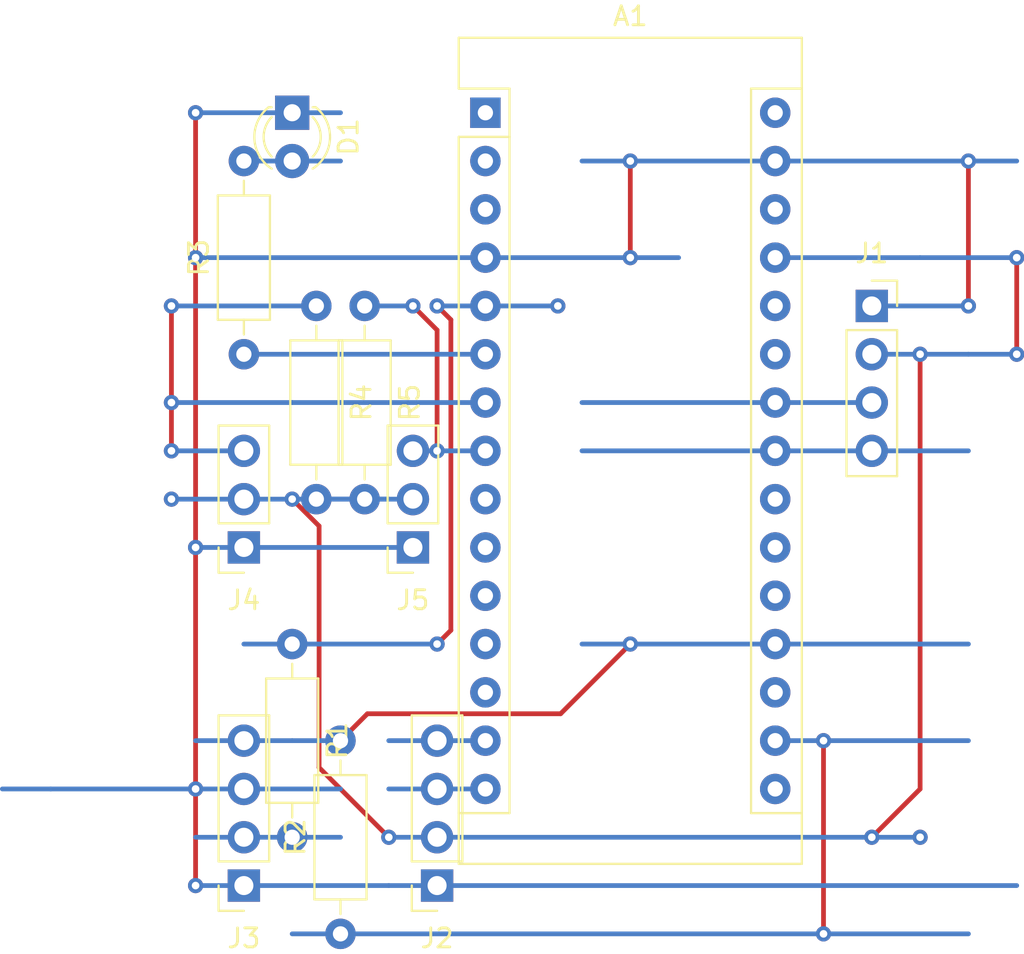
<source format=kicad_pcb>
(kicad_pcb (version 20171130) (host pcbnew 5.1.6-c6e7f7d~87~ubuntu18.04.1)

  (general
    (thickness 1.6)
    (drawings 0)
    (tracks 113)
    (zones 0)
    (modules 12)
    (nets 15)
  )

  (page A4)
  (layers
    (0 F.Cu signal)
    (31 B.Cu signal)
    (32 B.Adhes user)
    (33 F.Adhes user)
    (34 B.Paste user)
    (35 F.Paste user)
    (36 B.SilkS user)
    (37 F.SilkS user)
    (38 B.Mask user)
    (39 F.Mask user)
    (40 Dwgs.User user)
    (41 Cmts.User user)
    (42 Eco1.User user)
    (43 Eco2.User user)
    (44 Edge.Cuts user)
    (45 Margin user)
    (46 B.CrtYd user)
    (47 F.CrtYd user)
    (48 B.Fab user)
    (49 F.Fab user)
  )

  (setup
    (last_trace_width 0.25)
    (trace_clearance 0.2)
    (zone_clearance 0.508)
    (zone_45_only no)
    (trace_min 0.2)
    (via_size 0.8)
    (via_drill 0.4)
    (via_min_size 0.4)
    (via_min_drill 0.3)
    (uvia_size 0.3)
    (uvia_drill 0.1)
    (uvias_allowed no)
    (uvia_min_size 0.2)
    (uvia_min_drill 0.1)
    (edge_width 0.05)
    (segment_width 0.2)
    (pcb_text_width 0.3)
    (pcb_text_size 1.5 1.5)
    (mod_edge_width 0.12)
    (mod_text_size 1 1)
    (mod_text_width 0.15)
    (pad_size 1.524 1.524)
    (pad_drill 0.762)
    (pad_to_mask_clearance 0.051)
    (solder_mask_min_width 0.25)
    (aux_axis_origin 0 0)
    (visible_elements FFFFFF7F)
    (pcbplotparams
      (layerselection 0x010fc_ffffffff)
      (usegerberextensions false)
      (usegerberattributes false)
      (usegerberadvancedattributes false)
      (creategerberjobfile false)
      (excludeedgelayer true)
      (linewidth 0.100000)
      (plotframeref false)
      (viasonmask false)
      (mode 1)
      (useauxorigin false)
      (hpglpennumber 1)
      (hpglpenspeed 20)
      (hpglpendiameter 15.000000)
      (psnegative false)
      (psa4output false)
      (plotreference true)
      (plotvalue true)
      (plotinvisibletext false)
      (padsonsilk false)
      (subtractmaskfromsilk false)
      (outputformat 1)
      (mirror false)
      (drillshape 1)
      (scaleselection 1)
      (outputdirectory ""))
  )

  (net 0 "")
  (net 1 "Net-(A1-Pad19)")
  (net 2 "Net-(A1-Pad5)")
  (net 3 "Net-(A1-Pad6)")
  (net 4 "Net-(A1-Pad7)")
  (net 5 "Net-(J3-Pad2)")
  (net 6 +3V3)
  (net 7 Earth)
  (net 8 +5V)
  (net 9 "Net-(D1-Pad2)")
  (net 10 /SDA)
  (net 11 "Net-(A1-Pad8)")
  (net 12 /SCL)
  (net 13 /RX)
  (net 14 /TX)

  (net_class Default "This is the default net class."
    (clearance 0.2)
    (trace_width 0.25)
    (via_dia 0.8)
    (via_drill 0.4)
    (uvia_dia 0.3)
    (uvia_drill 0.1)
    (add_net +3V3)
    (add_net +5V)
    (add_net /RX)
    (add_net /SCL)
    (add_net /SDA)
    (add_net /TX)
    (add_net Earth)
    (add_net "Net-(A1-Pad19)")
    (add_net "Net-(A1-Pad5)")
    (add_net "Net-(A1-Pad6)")
    (add_net "Net-(A1-Pad7)")
    (add_net "Net-(A1-Pad8)")
    (add_net "Net-(D1-Pad2)")
    (add_net "Net-(J3-Pad2)")
  )

  (module LED_THT:LED_D3.0mm_Clear (layer F.Cu) (tedit 5A6C9BC0) (tstamp 5EA16155)
    (at 96.52 58.42 270)
    (descr "IR-LED, diameter 3.0mm, 2 pins, color: clear")
    (tags "IR infrared LED diameter 3.0mm 2 pins clear")
    (path /5EA6A9A5)
    (fp_text reference D1 (at 1.27 -2.96 90) (layer F.SilkS)
      (effects (font (size 1 1) (thickness 0.15)))
    )
    (fp_text value "PMS Ok LED" (at 1.27 2.96 90) (layer F.Fab)
      (effects (font (size 1 1) (thickness 0.15)))
    )
    (fp_circle (center 1.27 0) (end 2.77 0) (layer F.Fab) (width 0.1))
    (fp_line (start 3.7 -2.25) (end -1.15 -2.25) (layer F.CrtYd) (width 0.05))
    (fp_line (start 3.7 2.25) (end 3.7 -2.25) (layer F.CrtYd) (width 0.05))
    (fp_line (start -1.15 2.25) (end 3.7 2.25) (layer F.CrtYd) (width 0.05))
    (fp_line (start -1.15 -2.25) (end -1.15 2.25) (layer F.CrtYd) (width 0.05))
    (fp_line (start -0.29 1.08) (end -0.29 1.236) (layer F.SilkS) (width 0.12))
    (fp_line (start -0.29 -1.236) (end -0.29 -1.08) (layer F.SilkS) (width 0.12))
    (fp_line (start -0.23 -1.16619) (end -0.23 1.16619) (layer F.Fab) (width 0.1))
    (fp_text user %R (at 1.47 0 90) (layer F.Fab)
      (effects (font (size 0.8 0.8) (thickness 0.12)))
    )
    (fp_arc (start 1.27 0) (end -0.23 -1.16619) (angle 284.3) (layer F.Fab) (width 0.1))
    (fp_arc (start 1.27 0) (end -0.29 -1.235516) (angle 108.8) (layer F.SilkS) (width 0.12))
    (fp_arc (start 1.27 0) (end -0.29 1.235516) (angle -108.8) (layer F.SilkS) (width 0.12))
    (fp_arc (start 1.27 0) (end 0.229039 -1.08) (angle 87.9) (layer F.SilkS) (width 0.12))
    (fp_arc (start 1.27 0) (end 0.229039 1.08) (angle -87.9) (layer F.SilkS) (width 0.12))
    (pad 1 thru_hole rect (at 0 0 270) (size 1.8 1.8) (drill 0.9) (layers *.Cu *.Mask)
      (net 7 Earth))
    (pad 2 thru_hole circle (at 2.54 0 270) (size 1.8 1.8) (drill 0.9) (layers *.Cu *.Mask)
      (net 9 "Net-(D1-Pad2)"))
    (model ${KISYS3DMOD}/LED_THT.3dshapes/LED_D3.0mm_Clear.wrl
      (at (xyz 0 0 0))
      (scale (xyz 1 1 1))
      (rotate (xyz 0 0 0))
    )
  )

  (module Module:Arduino_Nano (layer F.Cu) (tedit 58ACAF70) (tstamp 5E9F03FB)
    (at 106.68 58.42)
    (descr "Arduino Nano, http://www.mouser.com/pdfdocs/Gravitech_Arduino_Nano3_0.pdf")
    (tags "Arduino Nano")
    (path /5E9EAFE2)
    (fp_text reference A1 (at 7.62 -5.08) (layer F.SilkS)
      (effects (font (size 1 1) (thickness 0.15)))
    )
    (fp_text value Arduino_Nano_v3.x (at 8.89 19.05 90) (layer F.Fab)
      (effects (font (size 1 1) (thickness 0.15)))
    )
    (fp_line (start 16.75 42.16) (end -1.53 42.16) (layer F.CrtYd) (width 0.05))
    (fp_line (start 16.75 42.16) (end 16.75 -4.06) (layer F.CrtYd) (width 0.05))
    (fp_line (start -1.53 -4.06) (end -1.53 42.16) (layer F.CrtYd) (width 0.05))
    (fp_line (start -1.53 -4.06) (end 16.75 -4.06) (layer F.CrtYd) (width 0.05))
    (fp_line (start 16.51 -3.81) (end 16.51 39.37) (layer F.Fab) (width 0.1))
    (fp_line (start 0 -3.81) (end 16.51 -3.81) (layer F.Fab) (width 0.1))
    (fp_line (start -1.27 -2.54) (end 0 -3.81) (layer F.Fab) (width 0.1))
    (fp_line (start -1.27 39.37) (end -1.27 -2.54) (layer F.Fab) (width 0.1))
    (fp_line (start 16.51 39.37) (end -1.27 39.37) (layer F.Fab) (width 0.1))
    (fp_line (start 16.64 -3.94) (end -1.4 -3.94) (layer F.SilkS) (width 0.12))
    (fp_line (start 16.64 39.5) (end 16.64 -3.94) (layer F.SilkS) (width 0.12))
    (fp_line (start -1.4 39.5) (end 16.64 39.5) (layer F.SilkS) (width 0.12))
    (fp_line (start 3.81 41.91) (end 3.81 31.75) (layer F.Fab) (width 0.1))
    (fp_line (start 11.43 41.91) (end 3.81 41.91) (layer F.Fab) (width 0.1))
    (fp_line (start 11.43 31.75) (end 11.43 41.91) (layer F.Fab) (width 0.1))
    (fp_line (start 3.81 31.75) (end 11.43 31.75) (layer F.Fab) (width 0.1))
    (fp_line (start 1.27 36.83) (end -1.4 36.83) (layer F.SilkS) (width 0.12))
    (fp_line (start 1.27 1.27) (end 1.27 36.83) (layer F.SilkS) (width 0.12))
    (fp_line (start 1.27 1.27) (end -1.4 1.27) (layer F.SilkS) (width 0.12))
    (fp_line (start 13.97 36.83) (end 16.64 36.83) (layer F.SilkS) (width 0.12))
    (fp_line (start 13.97 -1.27) (end 13.97 36.83) (layer F.SilkS) (width 0.12))
    (fp_line (start 13.97 -1.27) (end 16.64 -1.27) (layer F.SilkS) (width 0.12))
    (fp_line (start -1.4 -3.94) (end -1.4 -1.27) (layer F.SilkS) (width 0.12))
    (fp_line (start -1.4 1.27) (end -1.4 39.5) (layer F.SilkS) (width 0.12))
    (fp_line (start 1.27 -1.27) (end -1.4 -1.27) (layer F.SilkS) (width 0.12))
    (fp_line (start 1.27 1.27) (end 1.27 -1.27) (layer F.SilkS) (width 0.12))
    (fp_text user %R (at 6.35 19.05 90) (layer F.Fab)
      (effects (font (size 1 1) (thickness 0.15)))
    )
    (pad 1 thru_hole rect (at 0 0) (size 1.6 1.6) (drill 0.8) (layers *.Cu *.Mask))
    (pad 17 thru_hole oval (at 15.24 33.02) (size 1.6 1.6) (drill 0.8) (layers *.Cu *.Mask)
      (net 6 +3V3))
    (pad 2 thru_hole oval (at 0 2.54) (size 1.6 1.6) (drill 0.8) (layers *.Cu *.Mask))
    (pad 18 thru_hole oval (at 15.24 30.48) (size 1.6 1.6) (drill 0.8) (layers *.Cu *.Mask))
    (pad 3 thru_hole oval (at 0 5.08) (size 1.6 1.6) (drill 0.8) (layers *.Cu *.Mask))
    (pad 19 thru_hole oval (at 15.24 27.94) (size 1.6 1.6) (drill 0.8) (layers *.Cu *.Mask)
      (net 1 "Net-(A1-Pad19)"))
    (pad 4 thru_hole oval (at 0 7.62) (size 1.6 1.6) (drill 0.8) (layers *.Cu *.Mask)
      (net 7 Earth))
    (pad 20 thru_hole oval (at 15.24 25.4) (size 1.6 1.6) (drill 0.8) (layers *.Cu *.Mask))
    (pad 5 thru_hole oval (at 0 10.16) (size 1.6 1.6) (drill 0.8) (layers *.Cu *.Mask)
      (net 2 "Net-(A1-Pad5)"))
    (pad 21 thru_hole oval (at 15.24 22.86) (size 1.6 1.6) (drill 0.8) (layers *.Cu *.Mask))
    (pad 6 thru_hole oval (at 0 12.7) (size 1.6 1.6) (drill 0.8) (layers *.Cu *.Mask)
      (net 3 "Net-(A1-Pad6)"))
    (pad 22 thru_hole oval (at 15.24 20.32) (size 1.6 1.6) (drill 0.8) (layers *.Cu *.Mask))
    (pad 7 thru_hole oval (at 0 15.24) (size 1.6 1.6) (drill 0.8) (layers *.Cu *.Mask)
      (net 4 "Net-(A1-Pad7)"))
    (pad 23 thru_hole oval (at 15.24 17.78) (size 1.6 1.6) (drill 0.8) (layers *.Cu *.Mask)
      (net 10 /SDA))
    (pad 8 thru_hole oval (at 0 17.78) (size 1.6 1.6) (drill 0.8) (layers *.Cu *.Mask)
      (net 11 "Net-(A1-Pad8)"))
    (pad 24 thru_hole oval (at 15.24 15.24) (size 1.6 1.6) (drill 0.8) (layers *.Cu *.Mask)
      (net 12 /SCL))
    (pad 9 thru_hole oval (at 0 20.32) (size 1.6 1.6) (drill 0.8) (layers *.Cu *.Mask))
    (pad 25 thru_hole oval (at 15.24 12.7) (size 1.6 1.6) (drill 0.8) (layers *.Cu *.Mask))
    (pad 10 thru_hole oval (at 0 22.86) (size 1.6 1.6) (drill 0.8) (layers *.Cu *.Mask))
    (pad 26 thru_hole oval (at 15.24 10.16) (size 1.6 1.6) (drill 0.8) (layers *.Cu *.Mask))
    (pad 11 thru_hole oval (at 0 25.4) (size 1.6 1.6) (drill 0.8) (layers *.Cu *.Mask))
    (pad 27 thru_hole oval (at 15.24 7.62) (size 1.6 1.6) (drill 0.8) (layers *.Cu *.Mask)
      (net 8 +5V))
    (pad 12 thru_hole oval (at 0 27.94) (size 1.6 1.6) (drill 0.8) (layers *.Cu *.Mask))
    (pad 28 thru_hole oval (at 15.24 5.08) (size 1.6 1.6) (drill 0.8) (layers *.Cu *.Mask))
    (pad 13 thru_hole oval (at 0 30.48) (size 1.6 1.6) (drill 0.8) (layers *.Cu *.Mask))
    (pad 29 thru_hole oval (at 15.24 2.54) (size 1.6 1.6) (drill 0.8) (layers *.Cu *.Mask)
      (net 7 Earth))
    (pad 14 thru_hole oval (at 0 33.02) (size 1.6 1.6) (drill 0.8) (layers *.Cu *.Mask)
      (net 13 /RX))
    (pad 30 thru_hole oval (at 15.24 0) (size 1.6 1.6) (drill 0.8) (layers *.Cu *.Mask))
    (pad 15 thru_hole oval (at 0 35.56) (size 1.6 1.6) (drill 0.8) (layers *.Cu *.Mask)
      (net 14 /TX))
    (pad 16 thru_hole oval (at 15.24 35.56) (size 1.6 1.6) (drill 0.8) (layers *.Cu *.Mask))
    (model ${KISYS3DMOD}/Module.3dshapes/Arduino_Nano_WithMountingHoles.wrl
      (at (xyz 0 0 0))
      (scale (xyz 1 1 1))
      (rotate (xyz 0 0 0))
    )
  )

  (module Connector_PinSocket_2.54mm:PinSocket_1x04_P2.54mm_Vertical (layer F.Cu) (tedit 5A19A429) (tstamp 5E9F3927)
    (at 127 68.58)
    (descr "Through hole straight socket strip, 1x04, 2.54mm pitch, single row (from Kicad 4.0.7), script generated")
    (tags "Through hole socket strip THT 1x04 2.54mm single row")
    (path /5E9EDD1F)
    (fp_text reference J1 (at 0 -2.77) (layer F.SilkS)
      (effects (font (size 1 1) (thickness 0.15)))
    )
    (fp_text value "Raspbery Pi" (at 0 10.39) (layer F.Fab)
      (effects (font (size 1 1) (thickness 0.15)))
    )
    (fp_line (start -1.27 -1.27) (end 0.635 -1.27) (layer F.Fab) (width 0.1))
    (fp_line (start 0.635 -1.27) (end 1.27 -0.635) (layer F.Fab) (width 0.1))
    (fp_line (start 1.27 -0.635) (end 1.27 8.89) (layer F.Fab) (width 0.1))
    (fp_line (start 1.27 8.89) (end -1.27 8.89) (layer F.Fab) (width 0.1))
    (fp_line (start -1.27 8.89) (end -1.27 -1.27) (layer F.Fab) (width 0.1))
    (fp_line (start -1.33 1.27) (end 1.33 1.27) (layer F.SilkS) (width 0.12))
    (fp_line (start -1.33 1.27) (end -1.33 8.95) (layer F.SilkS) (width 0.12))
    (fp_line (start -1.33 8.95) (end 1.33 8.95) (layer F.SilkS) (width 0.12))
    (fp_line (start 1.33 1.27) (end 1.33 8.95) (layer F.SilkS) (width 0.12))
    (fp_line (start 1.33 -1.33) (end 1.33 0) (layer F.SilkS) (width 0.12))
    (fp_line (start 0 -1.33) (end 1.33 -1.33) (layer F.SilkS) (width 0.12))
    (fp_line (start -1.8 -1.8) (end 1.75 -1.8) (layer F.CrtYd) (width 0.05))
    (fp_line (start 1.75 -1.8) (end 1.75 9.4) (layer F.CrtYd) (width 0.05))
    (fp_line (start 1.75 9.4) (end -1.8 9.4) (layer F.CrtYd) (width 0.05))
    (fp_line (start -1.8 9.4) (end -1.8 -1.8) (layer F.CrtYd) (width 0.05))
    (fp_text user %R (at 0 3.81 90) (layer F.Fab)
      (effects (font (size 1 1) (thickness 0.15)))
    )
    (pad 4 thru_hole oval (at 0 7.62) (size 1.7 1.7) (drill 1) (layers *.Cu *.Mask)
      (net 10 /SDA))
    (pad 3 thru_hole oval (at 0 5.08) (size 1.7 1.7) (drill 1) (layers *.Cu *.Mask)
      (net 12 /SCL))
    (pad 2 thru_hole oval (at 0 2.54) (size 1.7 1.7) (drill 1) (layers *.Cu *.Mask)
      (net 8 +5V))
    (pad 1 thru_hole rect (at 0 0) (size 1.7 1.7) (drill 1) (layers *.Cu *.Mask)
      (net 7 Earth))
    (model ${KISYS3DMOD}/Connector_PinSocket_2.54mm.3dshapes/PinSocket_1x04_P2.54mm_Vertical.wrl
      (at (xyz 0 0 0))
      (scale (xyz 1 1 1))
      (rotate (xyz 0 0 0))
    )
  )

  (module Connector_PinSocket_2.54mm:PinSocket_1x04_P2.54mm_Vertical (layer F.Cu) (tedit 5A19A429) (tstamp 5EA16C9D)
    (at 104.14 99.06 180)
    (descr "Through hole straight socket strip, 1x04, 2.54mm pitch, single row (from Kicad 4.0.7), script generated")
    (tags "Through hole socket strip THT 1x04 2.54mm single row")
    (path /5E9F516D)
    (fp_text reference J2 (at 0 -2.77) (layer F.SilkS)
      (effects (font (size 1 1) (thickness 0.15)))
    )
    (fp_text value "PMS 7003" (at 0 10.39) (layer F.Fab)
      (effects (font (size 1 1) (thickness 0.15)))
    )
    (fp_line (start -1.8 9.4) (end -1.8 -1.8) (layer F.CrtYd) (width 0.05))
    (fp_line (start 1.75 9.4) (end -1.8 9.4) (layer F.CrtYd) (width 0.05))
    (fp_line (start 1.75 -1.8) (end 1.75 9.4) (layer F.CrtYd) (width 0.05))
    (fp_line (start -1.8 -1.8) (end 1.75 -1.8) (layer F.CrtYd) (width 0.05))
    (fp_line (start 0 -1.33) (end 1.33 -1.33) (layer F.SilkS) (width 0.12))
    (fp_line (start 1.33 -1.33) (end 1.33 0) (layer F.SilkS) (width 0.12))
    (fp_line (start 1.33 1.27) (end 1.33 8.95) (layer F.SilkS) (width 0.12))
    (fp_line (start -1.33 8.95) (end 1.33 8.95) (layer F.SilkS) (width 0.12))
    (fp_line (start -1.33 1.27) (end -1.33 8.95) (layer F.SilkS) (width 0.12))
    (fp_line (start -1.33 1.27) (end 1.33 1.27) (layer F.SilkS) (width 0.12))
    (fp_line (start -1.27 8.89) (end -1.27 -1.27) (layer F.Fab) (width 0.1))
    (fp_line (start 1.27 8.89) (end -1.27 8.89) (layer F.Fab) (width 0.1))
    (fp_line (start 1.27 -0.635) (end 1.27 8.89) (layer F.Fab) (width 0.1))
    (fp_line (start 0.635 -1.27) (end 1.27 -0.635) (layer F.Fab) (width 0.1))
    (fp_line (start -1.27 -1.27) (end 0.635 -1.27) (layer F.Fab) (width 0.1))
    (fp_text user %R (at 0 3.81 90) (layer F.Fab)
      (effects (font (size 1 1) (thickness 0.15)))
    )
    (pad 1 thru_hole rect (at 0 0 180) (size 1.7 1.7) (drill 1) (layers *.Cu *.Mask)
      (net 7 Earth))
    (pad 2 thru_hole oval (at 0 2.54 180) (size 1.7 1.7) (drill 1) (layers *.Cu *.Mask)
      (net 8 +5V))
    (pad 3 thru_hole oval (at 0 5.08 180) (size 1.7 1.7) (drill 1) (layers *.Cu *.Mask)
      (net 14 /TX))
    (pad 4 thru_hole oval (at 0 7.62 180) (size 1.7 1.7) (drill 1) (layers *.Cu *.Mask)
      (net 13 /RX))
    (model ${KISYS3DMOD}/Connector_PinSocket_2.54mm.3dshapes/PinSocket_1x04_P2.54mm_Vertical.wrl
      (at (xyz 0 0 0))
      (scale (xyz 1 1 1))
      (rotate (xyz 0 0 0))
    )
  )

  (module Connector_PinSocket_2.54mm:PinSocket_1x04_P2.54mm_Vertical (layer F.Cu) (tedit 5A19A429) (tstamp 5E9F3957)
    (at 93.98 99.06 180)
    (descr "Through hole straight socket strip, 1x04, 2.54mm pitch, single row (from Kicad 4.0.7), script generated")
    (tags "Through hole socket strip THT 1x04 2.54mm single row")
    (path /5E9ED5A2)
    (fp_text reference J3 (at 0 -2.77) (layer F.SilkS)
      (effects (font (size 1 1) (thickness 0.15)))
    )
    (fp_text value "Turbidity sensor" (at 0 10.39) (layer F.Fab)
      (effects (font (size 1 1) (thickness 0.15)))
    )
    (fp_line (start -1.8 9.4) (end -1.8 -1.8) (layer F.CrtYd) (width 0.05))
    (fp_line (start 1.75 9.4) (end -1.8 9.4) (layer F.CrtYd) (width 0.05))
    (fp_line (start 1.75 -1.8) (end 1.75 9.4) (layer F.CrtYd) (width 0.05))
    (fp_line (start -1.8 -1.8) (end 1.75 -1.8) (layer F.CrtYd) (width 0.05))
    (fp_line (start 0 -1.33) (end 1.33 -1.33) (layer F.SilkS) (width 0.12))
    (fp_line (start 1.33 -1.33) (end 1.33 0) (layer F.SilkS) (width 0.12))
    (fp_line (start 1.33 1.27) (end 1.33 8.95) (layer F.SilkS) (width 0.12))
    (fp_line (start -1.33 8.95) (end 1.33 8.95) (layer F.SilkS) (width 0.12))
    (fp_line (start -1.33 1.27) (end -1.33 8.95) (layer F.SilkS) (width 0.12))
    (fp_line (start -1.33 1.27) (end 1.33 1.27) (layer F.SilkS) (width 0.12))
    (fp_line (start -1.27 8.89) (end -1.27 -1.27) (layer F.Fab) (width 0.1))
    (fp_line (start 1.27 8.89) (end -1.27 8.89) (layer F.Fab) (width 0.1))
    (fp_line (start 1.27 -0.635) (end 1.27 8.89) (layer F.Fab) (width 0.1))
    (fp_line (start 0.635 -1.27) (end 1.27 -0.635) (layer F.Fab) (width 0.1))
    (fp_line (start -1.27 -1.27) (end 0.635 -1.27) (layer F.Fab) (width 0.1))
    (fp_text user %R (at 0 3.81 90) (layer F.Fab)
      (effects (font (size 1 1) (thickness 0.15)))
    )
    (pad 1 thru_hole rect (at 0 0 180) (size 1.7 1.7) (drill 1) (layers *.Cu *.Mask)
      (net 7 Earth))
    (pad 2 thru_hole oval (at 0 2.54 180) (size 1.7 1.7) (drill 1) (layers *.Cu *.Mask)
      (net 5 "Net-(J3-Pad2)"))
    (pad 3 thru_hole oval (at 0 5.08 180) (size 1.7 1.7) (drill 1) (layers *.Cu *.Mask)
      (net 7 Earth))
    (pad 4 thru_hole oval (at 0 7.62 180) (size 1.7 1.7) (drill 1) (layers *.Cu *.Mask)
      (net 1 "Net-(A1-Pad19)"))
    (model ${KISYS3DMOD}/Connector_PinSocket_2.54mm.3dshapes/PinSocket_1x04_P2.54mm_Vertical.wrl
      (at (xyz 0 0 0))
      (scale (xyz 1 1 1))
      (rotate (xyz 0 0 0))
    )
  )

  (module Resistor_THT:R_Axial_DIN0207_L6.3mm_D2.5mm_P10.16mm_Horizontal (layer F.Cu) (tedit 5AE5139B) (tstamp 5EA15D5E)
    (at 96.52 86.36 270)
    (descr "Resistor, Axial_DIN0207 series, Axial, Horizontal, pin pitch=10.16mm, 0.25W = 1/4W, length*diameter=6.3*2.5mm^2, http://cdn-reichelt.de/documents/datenblatt/B400/1_4W%23YAG.pdf")
    (tags "Resistor Axial_DIN0207 series Axial Horizontal pin pitch 10.16mm 0.25W = 1/4W length 6.3mm diameter 2.5mm")
    (path /5EA40EEA)
    (fp_text reference R1 (at 5.08 -2.37 90) (layer F.SilkS)
      (effects (font (size 1 1) (thickness 0.15)))
    )
    (fp_text value 1K (at 5.08 2.37 90) (layer F.Fab)
      (effects (font (size 1 1) (thickness 0.15)))
    )
    (fp_line (start 1.93 -1.25) (end 1.93 1.25) (layer F.Fab) (width 0.1))
    (fp_line (start 1.93 1.25) (end 8.23 1.25) (layer F.Fab) (width 0.1))
    (fp_line (start 8.23 1.25) (end 8.23 -1.25) (layer F.Fab) (width 0.1))
    (fp_line (start 8.23 -1.25) (end 1.93 -1.25) (layer F.Fab) (width 0.1))
    (fp_line (start 0 0) (end 1.93 0) (layer F.Fab) (width 0.1))
    (fp_line (start 10.16 0) (end 8.23 0) (layer F.Fab) (width 0.1))
    (fp_line (start 1.81 -1.37) (end 1.81 1.37) (layer F.SilkS) (width 0.12))
    (fp_line (start 1.81 1.37) (end 8.35 1.37) (layer F.SilkS) (width 0.12))
    (fp_line (start 8.35 1.37) (end 8.35 -1.37) (layer F.SilkS) (width 0.12))
    (fp_line (start 8.35 -1.37) (end 1.81 -1.37) (layer F.SilkS) (width 0.12))
    (fp_line (start 1.04 0) (end 1.81 0) (layer F.SilkS) (width 0.12))
    (fp_line (start 9.12 0) (end 8.35 0) (layer F.SilkS) (width 0.12))
    (fp_line (start -1.05 -1.5) (end -1.05 1.5) (layer F.CrtYd) (width 0.05))
    (fp_line (start -1.05 1.5) (end 11.21 1.5) (layer F.CrtYd) (width 0.05))
    (fp_line (start 11.21 1.5) (end 11.21 -1.5) (layer F.CrtYd) (width 0.05))
    (fp_line (start 11.21 -1.5) (end -1.05 -1.5) (layer F.CrtYd) (width 0.05))
    (fp_text user %R (at 5.08 0 90) (layer F.Fab)
      (effects (font (size 1 1) (thickness 0.15)))
    )
    (pad 2 thru_hole oval (at 10.16 0 270) (size 1.6 1.6) (drill 0.8) (layers *.Cu *.Mask)
      (net 5 "Net-(J3-Pad2)"))
    (pad 1 thru_hole circle (at 0 0 270) (size 1.6 1.6) (drill 0.8) (layers *.Cu *.Mask)
      (net 2 "Net-(A1-Pad5)"))
    (model ${KISYS3DMOD}/Resistor_THT.3dshapes/R_Axial_DIN0207_L6.3mm_D2.5mm_P10.16mm_Horizontal.wrl
      (at (xyz 0 0 0))
      (scale (xyz 1 1 1))
      (rotate (xyz 0 0 0))
    )
  )

  (module Resistor_THT:R_Axial_DIN0207_L6.3mm_D2.5mm_P10.16mm_Horizontal (layer F.Cu) (tedit 5AE5139B) (tstamp 5EA16D9A)
    (at 99.06 101.6 90)
    (descr "Resistor, Axial_DIN0207 series, Axial, Horizontal, pin pitch=10.16mm, 0.25W = 1/4W, length*diameter=6.3*2.5mm^2, http://cdn-reichelt.de/documents/datenblatt/B400/1_4W%23YAG.pdf")
    (tags "Resistor Axial_DIN0207 series Axial Horizontal pin pitch 10.16mm 0.25W = 1/4W length 6.3mm diameter 2.5mm")
    (path /5EA3AEFE)
    (fp_text reference R2 (at 5.08 -2.37 90) (layer F.SilkS)
      (effects (font (size 1 1) (thickness 0.15)))
    )
    (fp_text value 10K (at 5.08 2.37 90) (layer F.Fab)
      (effects (font (size 1 1) (thickness 0.15)))
    )
    (fp_line (start 11.21 -1.5) (end -1.05 -1.5) (layer F.CrtYd) (width 0.05))
    (fp_line (start 11.21 1.5) (end 11.21 -1.5) (layer F.CrtYd) (width 0.05))
    (fp_line (start -1.05 1.5) (end 11.21 1.5) (layer F.CrtYd) (width 0.05))
    (fp_line (start -1.05 -1.5) (end -1.05 1.5) (layer F.CrtYd) (width 0.05))
    (fp_line (start 9.12 0) (end 8.35 0) (layer F.SilkS) (width 0.12))
    (fp_line (start 1.04 0) (end 1.81 0) (layer F.SilkS) (width 0.12))
    (fp_line (start 8.35 -1.37) (end 1.81 -1.37) (layer F.SilkS) (width 0.12))
    (fp_line (start 8.35 1.37) (end 8.35 -1.37) (layer F.SilkS) (width 0.12))
    (fp_line (start 1.81 1.37) (end 8.35 1.37) (layer F.SilkS) (width 0.12))
    (fp_line (start 1.81 -1.37) (end 1.81 1.37) (layer F.SilkS) (width 0.12))
    (fp_line (start 10.16 0) (end 8.23 0) (layer F.Fab) (width 0.1))
    (fp_line (start 0 0) (end 1.93 0) (layer F.Fab) (width 0.1))
    (fp_line (start 8.23 -1.25) (end 1.93 -1.25) (layer F.Fab) (width 0.1))
    (fp_line (start 8.23 1.25) (end 8.23 -1.25) (layer F.Fab) (width 0.1))
    (fp_line (start 1.93 1.25) (end 8.23 1.25) (layer F.Fab) (width 0.1))
    (fp_line (start 1.93 -1.25) (end 1.93 1.25) (layer F.Fab) (width 0.1))
    (fp_text user %R (at 5.08 0 90) (layer F.Fab)
      (effects (font (size 1 1) (thickness 0.15)))
    )
    (pad 1 thru_hole circle (at 0 0 90) (size 1.6 1.6) (drill 0.8) (layers *.Cu *.Mask)
      (net 6 +3V3))
    (pad 2 thru_hole oval (at 10.16 0 90) (size 1.6 1.6) (drill 0.8) (layers *.Cu *.Mask)
      (net 1 "Net-(A1-Pad19)"))
    (model ${KISYS3DMOD}/Resistor_THT.3dshapes/R_Axial_DIN0207_L6.3mm_D2.5mm_P10.16mm_Horizontal.wrl
      (at (xyz 0 0 0))
      (scale (xyz 1 1 1))
      (rotate (xyz 0 0 0))
    )
  )

  (module Resistor_THT:R_Axial_DIN0207_L6.3mm_D2.5mm_P10.16mm_Horizontal (layer F.Cu) (tedit 5AE5139B) (tstamp 5EA169DD)
    (at 93.98 71.12 90)
    (descr "Resistor, Axial_DIN0207 series, Axial, Horizontal, pin pitch=10.16mm, 0.25W = 1/4W, length*diameter=6.3*2.5mm^2, http://cdn-reichelt.de/documents/datenblatt/B400/1_4W%23YAG.pdf")
    (tags "Resistor Axial_DIN0207 series Axial Horizontal pin pitch 10.16mm 0.25W = 1/4W length 6.3mm diameter 2.5mm")
    (path /5EA6BD7C)
    (fp_text reference R3 (at 5.08 -2.37 90) (layer F.SilkS)
      (effects (font (size 1 1) (thickness 0.15)))
    )
    (fp_text value R (at 5.08 2.37 90) (layer F.Fab)
      (effects (font (size 1 1) (thickness 0.15)))
    )
    (fp_line (start 11.21 -1.5) (end -1.05 -1.5) (layer F.CrtYd) (width 0.05))
    (fp_line (start 11.21 1.5) (end 11.21 -1.5) (layer F.CrtYd) (width 0.05))
    (fp_line (start -1.05 1.5) (end 11.21 1.5) (layer F.CrtYd) (width 0.05))
    (fp_line (start -1.05 -1.5) (end -1.05 1.5) (layer F.CrtYd) (width 0.05))
    (fp_line (start 9.12 0) (end 8.35 0) (layer F.SilkS) (width 0.12))
    (fp_line (start 1.04 0) (end 1.81 0) (layer F.SilkS) (width 0.12))
    (fp_line (start 8.35 -1.37) (end 1.81 -1.37) (layer F.SilkS) (width 0.12))
    (fp_line (start 8.35 1.37) (end 8.35 -1.37) (layer F.SilkS) (width 0.12))
    (fp_line (start 1.81 1.37) (end 8.35 1.37) (layer F.SilkS) (width 0.12))
    (fp_line (start 1.81 -1.37) (end 1.81 1.37) (layer F.SilkS) (width 0.12))
    (fp_line (start 10.16 0) (end 8.23 0) (layer F.Fab) (width 0.1))
    (fp_line (start 0 0) (end 1.93 0) (layer F.Fab) (width 0.1))
    (fp_line (start 8.23 -1.25) (end 1.93 -1.25) (layer F.Fab) (width 0.1))
    (fp_line (start 8.23 1.25) (end 8.23 -1.25) (layer F.Fab) (width 0.1))
    (fp_line (start 1.93 1.25) (end 8.23 1.25) (layer F.Fab) (width 0.1))
    (fp_line (start 1.93 -1.25) (end 1.93 1.25) (layer F.Fab) (width 0.1))
    (fp_text user %R (at 5.08 0 90) (layer F.Fab)
      (effects (font (size 1 1) (thickness 0.15)))
    )
    (pad 1 thru_hole circle (at 0 0 90) (size 1.6 1.6) (drill 0.8) (layers *.Cu *.Mask)
      (net 3 "Net-(A1-Pad6)"))
    (pad 2 thru_hole oval (at 10.16 0 90) (size 1.6 1.6) (drill 0.8) (layers *.Cu *.Mask)
      (net 9 "Net-(D1-Pad2)"))
    (model ${KISYS3DMOD}/Resistor_THT.3dshapes/R_Axial_DIN0207_L6.3mm_D2.5mm_P10.16mm_Horizontal.wrl
      (at (xyz 0 0 0))
      (scale (xyz 1 1 1))
      (rotate (xyz 0 0 0))
    )
  )

  (module Connector_PinSocket_2.54mm:PinSocket_1x03_P2.54mm_Vertical (layer F.Cu) (tedit 5A19A429) (tstamp 5EA6B456)
    (at 93.98 81.28 180)
    (descr "Through hole straight socket strip, 1x03, 2.54mm pitch, single row (from Kicad 4.0.7), script generated")
    (tags "Through hole socket strip THT 1x03 2.54mm single row")
    (path /5EAA80C9)
    (fp_text reference J4 (at 0 -2.77) (layer F.SilkS)
      (effects (font (size 1 1) (thickness 0.15)))
    )
    (fp_text value "Temp sensor A" (at 0 7.85) (layer F.Fab)
      (effects (font (size 1 1) (thickness 0.15)))
    )
    (fp_line (start -1.8 6.85) (end -1.8 -1.8) (layer F.CrtYd) (width 0.05))
    (fp_line (start 1.75 6.85) (end -1.8 6.85) (layer F.CrtYd) (width 0.05))
    (fp_line (start 1.75 -1.8) (end 1.75 6.85) (layer F.CrtYd) (width 0.05))
    (fp_line (start -1.8 -1.8) (end 1.75 -1.8) (layer F.CrtYd) (width 0.05))
    (fp_line (start 0 -1.33) (end 1.33 -1.33) (layer F.SilkS) (width 0.12))
    (fp_line (start 1.33 -1.33) (end 1.33 0) (layer F.SilkS) (width 0.12))
    (fp_line (start 1.33 1.27) (end 1.33 6.41) (layer F.SilkS) (width 0.12))
    (fp_line (start -1.33 6.41) (end 1.33 6.41) (layer F.SilkS) (width 0.12))
    (fp_line (start -1.33 1.27) (end -1.33 6.41) (layer F.SilkS) (width 0.12))
    (fp_line (start -1.33 1.27) (end 1.33 1.27) (layer F.SilkS) (width 0.12))
    (fp_line (start -1.27 6.35) (end -1.27 -1.27) (layer F.Fab) (width 0.1))
    (fp_line (start 1.27 6.35) (end -1.27 6.35) (layer F.Fab) (width 0.1))
    (fp_line (start 1.27 -0.635) (end 1.27 6.35) (layer F.Fab) (width 0.1))
    (fp_line (start 0.635 -1.27) (end 1.27 -0.635) (layer F.Fab) (width 0.1))
    (fp_line (start -1.27 -1.27) (end 0.635 -1.27) (layer F.Fab) (width 0.1))
    (fp_text user %R (at 0 2.54 90) (layer F.Fab)
      (effects (font (size 1 1) (thickness 0.15)))
    )
    (pad 1 thru_hole rect (at 0 0 180) (size 1.7 1.7) (drill 1) (layers *.Cu *.Mask)
      (net 7 Earth))
    (pad 2 thru_hole oval (at 0 2.54 180) (size 1.7 1.7) (drill 1) (layers *.Cu *.Mask)
      (net 8 +5V))
    (pad 3 thru_hole oval (at 0 5.08 180) (size 1.7 1.7) (drill 1) (layers *.Cu *.Mask)
      (net 4 "Net-(A1-Pad7)"))
    (model ${KISYS3DMOD}/Connector_PinSocket_2.54mm.3dshapes/PinSocket_1x03_P2.54mm_Vertical.wrl
      (at (xyz 0 0 0))
      (scale (xyz 1 1 1))
      (rotate (xyz 0 0 0))
    )
  )

  (module Connector_PinSocket_2.54mm:PinSocket_1x03_P2.54mm_Vertical (layer F.Cu) (tedit 5A19A429) (tstamp 5EA6B5E8)
    (at 102.87 81.28 180)
    (descr "Through hole straight socket strip, 1x03, 2.54mm pitch, single row (from Kicad 4.0.7), script generated")
    (tags "Through hole socket strip THT 1x03 2.54mm single row")
    (path /5EAC2BEB)
    (fp_text reference J5 (at 0 -2.77) (layer F.SilkS)
      (effects (font (size 1 1) (thickness 0.15)))
    )
    (fp_text value "Temp sensor B" (at 0 7.85) (layer F.Fab)
      (effects (font (size 1 1) (thickness 0.15)))
    )
    (fp_line (start -1.27 -1.27) (end 0.635 -1.27) (layer F.Fab) (width 0.1))
    (fp_line (start 0.635 -1.27) (end 1.27 -0.635) (layer F.Fab) (width 0.1))
    (fp_line (start 1.27 -0.635) (end 1.27 6.35) (layer F.Fab) (width 0.1))
    (fp_line (start 1.27 6.35) (end -1.27 6.35) (layer F.Fab) (width 0.1))
    (fp_line (start -1.27 6.35) (end -1.27 -1.27) (layer F.Fab) (width 0.1))
    (fp_line (start -1.33 1.27) (end 1.33 1.27) (layer F.SilkS) (width 0.12))
    (fp_line (start -1.33 1.27) (end -1.33 6.41) (layer F.SilkS) (width 0.12))
    (fp_line (start -1.33 6.41) (end 1.33 6.41) (layer F.SilkS) (width 0.12))
    (fp_line (start 1.33 1.27) (end 1.33 6.41) (layer F.SilkS) (width 0.12))
    (fp_line (start 1.33 -1.33) (end 1.33 0) (layer F.SilkS) (width 0.12))
    (fp_line (start 0 -1.33) (end 1.33 -1.33) (layer F.SilkS) (width 0.12))
    (fp_line (start -1.8 -1.8) (end 1.75 -1.8) (layer F.CrtYd) (width 0.05))
    (fp_line (start 1.75 -1.8) (end 1.75 6.85) (layer F.CrtYd) (width 0.05))
    (fp_line (start 1.75 6.85) (end -1.8 6.85) (layer F.CrtYd) (width 0.05))
    (fp_line (start -1.8 6.85) (end -1.8 -1.8) (layer F.CrtYd) (width 0.05))
    (fp_text user %R (at 0 2.54 90) (layer F.Fab)
      (effects (font (size 1 1) (thickness 0.15)))
    )
    (pad 3 thru_hole oval (at 0 5.08 180) (size 1.7 1.7) (drill 1) (layers *.Cu *.Mask)
      (net 11 "Net-(A1-Pad8)"))
    (pad 2 thru_hole oval (at 0 2.54 180) (size 1.7 1.7) (drill 1) (layers *.Cu *.Mask)
      (net 8 +5V))
    (pad 1 thru_hole rect (at 0 0 180) (size 1.7 1.7) (drill 1) (layers *.Cu *.Mask)
      (net 7 Earth))
    (model ${KISYS3DMOD}/Connector_PinSocket_2.54mm.3dshapes/PinSocket_1x03_P2.54mm_Vertical.wrl
      (at (xyz 0 0 0))
      (scale (xyz 1 1 1))
      (rotate (xyz 0 0 0))
    )
  )

  (module Resistor_THT:R_Axial_DIN0207_L6.3mm_D2.5mm_P10.16mm_Horizontal (layer F.Cu) (tedit 5AE5139B) (tstamp 5EA6B8B3)
    (at 97.79 68.58 270)
    (descr "Resistor, Axial_DIN0207 series, Axial, Horizontal, pin pitch=10.16mm, 0.25W = 1/4W, length*diameter=6.3*2.5mm^2, http://cdn-reichelt.de/documents/datenblatt/B400/1_4W%23YAG.pdf")
    (tags "Resistor Axial_DIN0207 series Axial Horizontal pin pitch 10.16mm 0.25W = 1/4W length 6.3mm diameter 2.5mm")
    (path /5EAD302D)
    (fp_text reference R4 (at 5.08 -2.37 90) (layer F.SilkS)
      (effects (font (size 1 1) (thickness 0.15)))
    )
    (fp_text value 4.7K (at 5.08 2.37 90) (layer F.Fab)
      (effects (font (size 1 1) (thickness 0.15)))
    )
    (fp_line (start 11.21 -1.5) (end -1.05 -1.5) (layer F.CrtYd) (width 0.05))
    (fp_line (start 11.21 1.5) (end 11.21 -1.5) (layer F.CrtYd) (width 0.05))
    (fp_line (start -1.05 1.5) (end 11.21 1.5) (layer F.CrtYd) (width 0.05))
    (fp_line (start -1.05 -1.5) (end -1.05 1.5) (layer F.CrtYd) (width 0.05))
    (fp_line (start 9.12 0) (end 8.35 0) (layer F.SilkS) (width 0.12))
    (fp_line (start 1.04 0) (end 1.81 0) (layer F.SilkS) (width 0.12))
    (fp_line (start 8.35 -1.37) (end 1.81 -1.37) (layer F.SilkS) (width 0.12))
    (fp_line (start 8.35 1.37) (end 8.35 -1.37) (layer F.SilkS) (width 0.12))
    (fp_line (start 1.81 1.37) (end 8.35 1.37) (layer F.SilkS) (width 0.12))
    (fp_line (start 1.81 -1.37) (end 1.81 1.37) (layer F.SilkS) (width 0.12))
    (fp_line (start 10.16 0) (end 8.23 0) (layer F.Fab) (width 0.1))
    (fp_line (start 0 0) (end 1.93 0) (layer F.Fab) (width 0.1))
    (fp_line (start 8.23 -1.25) (end 1.93 -1.25) (layer F.Fab) (width 0.1))
    (fp_line (start 8.23 1.25) (end 8.23 -1.25) (layer F.Fab) (width 0.1))
    (fp_line (start 1.93 1.25) (end 8.23 1.25) (layer F.Fab) (width 0.1))
    (fp_line (start 1.93 -1.25) (end 1.93 1.25) (layer F.Fab) (width 0.1))
    (fp_text user %R (at 5.08 0 90) (layer F.Fab)
      (effects (font (size 1 1) (thickness 0.15)))
    )
    (pad 1 thru_hole circle (at 0 0 270) (size 1.6 1.6) (drill 0.8) (layers *.Cu *.Mask)
      (net 4 "Net-(A1-Pad7)"))
    (pad 2 thru_hole oval (at 10.16 0 270) (size 1.6 1.6) (drill 0.8) (layers *.Cu *.Mask)
      (net 8 +5V))
    (model ${KISYS3DMOD}/Resistor_THT.3dshapes/R_Axial_DIN0207_L6.3mm_D2.5mm_P10.16mm_Horizontal.wrl
      (at (xyz 0 0 0))
      (scale (xyz 1 1 1))
      (rotate (xyz 0 0 0))
    )
  )

  (module Resistor_THT:R_Axial_DIN0207_L6.3mm_D2.5mm_P10.16mm_Horizontal (layer F.Cu) (tedit 5AE5139B) (tstamp 5EA6B7D2)
    (at 100.33 68.58 270)
    (descr "Resistor, Axial_DIN0207 series, Axial, Horizontal, pin pitch=10.16mm, 0.25W = 1/4W, length*diameter=6.3*2.5mm^2, http://cdn-reichelt.de/documents/datenblatt/B400/1_4W%23YAG.pdf")
    (tags "Resistor Axial_DIN0207 series Axial Horizontal pin pitch 10.16mm 0.25W = 1/4W length 6.3mm diameter 2.5mm")
    (path /5EAD38D1)
    (fp_text reference R5 (at 5.08 -2.37 90) (layer F.SilkS)
      (effects (font (size 1 1) (thickness 0.15)))
    )
    (fp_text value 4.7K (at 5.08 2.37 90) (layer F.Fab)
      (effects (font (size 1 1) (thickness 0.15)))
    )
    (fp_line (start 1.93 -1.25) (end 1.93 1.25) (layer F.Fab) (width 0.1))
    (fp_line (start 1.93 1.25) (end 8.23 1.25) (layer F.Fab) (width 0.1))
    (fp_line (start 8.23 1.25) (end 8.23 -1.25) (layer F.Fab) (width 0.1))
    (fp_line (start 8.23 -1.25) (end 1.93 -1.25) (layer F.Fab) (width 0.1))
    (fp_line (start 0 0) (end 1.93 0) (layer F.Fab) (width 0.1))
    (fp_line (start 10.16 0) (end 8.23 0) (layer F.Fab) (width 0.1))
    (fp_line (start 1.81 -1.37) (end 1.81 1.37) (layer F.SilkS) (width 0.12))
    (fp_line (start 1.81 1.37) (end 8.35 1.37) (layer F.SilkS) (width 0.12))
    (fp_line (start 8.35 1.37) (end 8.35 -1.37) (layer F.SilkS) (width 0.12))
    (fp_line (start 8.35 -1.37) (end 1.81 -1.37) (layer F.SilkS) (width 0.12))
    (fp_line (start 1.04 0) (end 1.81 0) (layer F.SilkS) (width 0.12))
    (fp_line (start 9.12 0) (end 8.35 0) (layer F.SilkS) (width 0.12))
    (fp_line (start -1.05 -1.5) (end -1.05 1.5) (layer F.CrtYd) (width 0.05))
    (fp_line (start -1.05 1.5) (end 11.21 1.5) (layer F.CrtYd) (width 0.05))
    (fp_line (start 11.21 1.5) (end 11.21 -1.5) (layer F.CrtYd) (width 0.05))
    (fp_line (start 11.21 -1.5) (end -1.05 -1.5) (layer F.CrtYd) (width 0.05))
    (fp_text user %R (at 5.08 0 90) (layer F.Fab)
      (effects (font (size 1 1) (thickness 0.15)))
    )
    (pad 2 thru_hole oval (at 10.16 0 270) (size 1.6 1.6) (drill 0.8) (layers *.Cu *.Mask)
      (net 8 +5V))
    (pad 1 thru_hole circle (at 0 0 270) (size 1.6 1.6) (drill 0.8) (layers *.Cu *.Mask)
      (net 11 "Net-(A1-Pad8)"))
    (model ${KISYS3DMOD}/Resistor_THT.3dshapes/R_Axial_DIN0207_L6.3mm_D2.5mm_P10.16mm_Horizontal.wrl
      (at (xyz 0 0 0))
      (scale (xyz 1 1 1))
      (rotate (xyz 0 0 0))
    )
  )

  (segment (start 91.44 91.44) (end 93.98 91.44) (width 0.25) (layer B.Cu) (net 1) (status 20))
  (segment (start 121.92 86.36) (end 132.08 86.36) (width 0.25) (layer B.Cu) (net 1) (status 10))
  (segment (start 93.98 91.44) (end 96.52 91.44) (width 0.25) (layer B.Cu) (net 1) (status 10))
  (segment (start 96.52 91.44) (end 99.06 91.44) (width 0.25) (layer B.Cu) (net 1) (status 20))
  (via (at 99.06 91.44) (size 0.8) (drill 0.4) (layers F.Cu B.Cu) (net 1) (status 30))
  (via (at 114.3 86.36) (size 0.8) (drill 0.4) (layers F.Cu B.Cu) (net 1))
  (segment (start 121.92 86.36) (end 114.3 86.36) (width 0.25) (layer B.Cu) (net 1) (status 10))
  (segment (start 114.3 86.36) (end 111.76 86.36) (width 0.25) (layer B.Cu) (net 1))
  (segment (start 113.900001 86.759999) (end 114.3 86.36) (width 0.25) (layer F.Cu) (net 1))
  (segment (start 110.634999 90.025001) (end 113.900001 86.759999) (width 0.25) (layer F.Cu) (net 1))
  (segment (start 100.474999 90.025001) (end 110.634999 90.025001) (width 0.25) (layer F.Cu) (net 1))
  (segment (start 99.06 91.44) (end 100.474999 90.025001) (width 0.25) (layer F.Cu) (net 1) (status 10))
  (via (at 110.49 68.58) (size 0.8) (drill 0.4) (layers F.Cu B.Cu) (net 2))
  (segment (start 106.68 68.58) (end 110.49 68.58) (width 0.25) (layer B.Cu) (net 2))
  (segment (start 93.98 86.36) (end 96.52 86.36) (width 0.25) (layer B.Cu) (net 2))
  (segment (start 96.52 86.36) (end 104.14 86.36) (width 0.25) (layer B.Cu) (net 2))
  (via (at 104.14 86.36) (size 0.8) (drill 0.4) (layers F.Cu B.Cu) (net 2))
  (segment (start 104.865001 85.634999) (end 104.865001 69.305001) (width 0.25) (layer F.Cu) (net 2))
  (segment (start 104.14 86.36) (end 104.865001 85.634999) (width 0.25) (layer F.Cu) (net 2))
  (via (at 104.14 68.58) (size 0.8) (drill 0.4) (layers F.Cu B.Cu) (net 2))
  (segment (start 104.865001 69.305001) (end 104.14 68.58) (width 0.25) (layer F.Cu) (net 2))
  (segment (start 104.14 68.58) (end 106.68 68.58) (width 0.25) (layer B.Cu) (net 2))
  (segment (start 93.98 71.12) (end 106.68 71.12) (width 0.25) (layer B.Cu) (net 3) (status 30))
  (segment (start 99.06 73.66) (end 106.68 73.66) (width 0.25) (layer B.Cu) (net 4) (status 20))
  (segment (start 96.52 73.66) (end 99.06 73.66) (width 0.25) (layer B.Cu) (net 4))
  (segment (start 97.79 68.58) (end 90.17 68.58) (width 0.25) (layer B.Cu) (net 4))
  (via (at 90.17 68.58) (size 0.8) (drill 0.4) (layers F.Cu B.Cu) (net 4))
  (segment (start 90.17 68.58) (end 90.17 73.66) (width 0.25) (layer F.Cu) (net 4))
  (via (at 90.17 73.66) (size 0.8) (drill 0.4) (layers F.Cu B.Cu) (net 4))
  (segment (start 90.17 73.66) (end 96.52 73.66) (width 0.25) (layer B.Cu) (net 4))
  (segment (start 93.98 76.2) (end 90.17 76.2) (width 0.25) (layer B.Cu) (net 4))
  (via (at 90.17 76.2) (size 0.8) (drill 0.4) (layers F.Cu B.Cu) (net 4))
  (segment (start 90.17 76.2) (end 90.17 73.66) (width 0.25) (layer F.Cu) (net 4))
  (segment (start 91.44 96.52) (end 93.98 96.52) (width 0.25) (layer B.Cu) (net 5) (status 20))
  (segment (start 93.98 96.52) (end 96.52 96.52) (width 0.25) (layer B.Cu) (net 5) (status 30))
  (segment (start 96.52 96.52) (end 99.06 96.52) (width 0.25) (layer B.Cu) (net 5) (status 10))
  (segment (start 96.52 101.6) (end 132.08 101.6) (width 0.25) (layer B.Cu) (net 6))
  (segment (start 124.46 91.44) (end 132.08 91.44) (width 0.25) (layer B.Cu) (net 6))
  (via (at 124.46 91.44) (size 0.8) (drill 0.4) (layers F.Cu B.Cu) (net 6))
  (segment (start 121.92 91.44) (end 124.46 91.44) (width 0.25) (layer B.Cu) (net 6) (status 10))
  (segment (start 124.46 91.44) (end 124.46 101.6) (width 0.25) (layer F.Cu) (net 6))
  (via (at 124.46 101.6) (size 0.8) (drill 0.4) (layers F.Cu B.Cu) (net 6))
  (segment (start 91.44 99.06) (end 101.6 99.06) (width 0.25) (layer B.Cu) (net 7) (tstamp 5EA16AEA))
  (segment (start 121.92 60.96) (end 134.62 60.96) (width 0.25) (layer B.Cu) (net 7) (status 10))
  (segment (start 106.68 66.04) (end 116.84 66.04) (width 0.25) (layer B.Cu) (net 7) (status 10))
  (via (at 114.3 60.96) (size 0.8) (drill 0.4) (layers F.Cu B.Cu) (net 7))
  (segment (start 114.3 60.96) (end 111.76 60.96) (width 0.25) (layer B.Cu) (net 7))
  (segment (start 121.92 60.96) (end 114.3 60.96) (width 0.25) (layer B.Cu) (net 7) (status 10))
  (segment (start 114.3 60.96) (end 114.3 66.04) (width 0.25) (layer F.Cu) (net 7))
  (via (at 114.3 66.04) (size 0.8) (drill 0.4) (layers F.Cu B.Cu) (net 7))
  (segment (start 127 68.58) (end 132.08 68.58) (width 0.25) (layer B.Cu) (net 7) (status 10))
  (via (at 132.08 68.58) (size 0.8) (drill 0.4) (layers F.Cu B.Cu) (net 7))
  (segment (start 132.08 68.58) (end 132.08 60.96) (width 0.25) (layer F.Cu) (net 7))
  (via (at 132.08 60.96) (size 0.8) (drill 0.4) (layers F.Cu B.Cu) (net 7))
  (segment (start 83.82 93.98) (end 81.28 93.98) (width 0.25) (layer B.Cu) (net 7))
  (segment (start 91.44 93.98) (end 83.82 93.98) (width 0.25) (layer B.Cu) (net 7))
  (segment (start 104.14 99.06) (end 101.6 99.06) (width 0.25) (layer B.Cu) (net 7) (status 10))
  (segment (start 104.14 99.06) (end 134.62 99.06) (width 0.25) (layer B.Cu) (net 7) (status 10))
  (segment (start 91.44 93.98) (end 99.06 93.98) (width 0.25) (layer B.Cu) (net 7))
  (via (at 91.44 66.04) (size 0.8) (drill 0.4) (layers F.Cu B.Cu) (net 7))
  (segment (start 91.44 66.04) (end 91.44 93.98) (width 0.25) (layer F.Cu) (net 7))
  (via (at 91.44 93.98) (size 0.8) (drill 0.4) (layers F.Cu B.Cu) (net 7))
  (segment (start 91.44 93.98) (end 91.44 99.06) (width 0.25) (layer F.Cu) (net 7))
  (via (at 91.44 99.06) (size 0.8) (drill 0.4) (layers F.Cu B.Cu) (net 7))
  (segment (start 106.68 66.04) (end 91.44 66.04) (width 0.25) (layer B.Cu) (net 7) (status 10))
  (segment (start 93.98 81.28) (end 102.87 81.28) (width 0.25) (layer B.Cu) (net 7))
  (segment (start 93.98 81.28) (end 91.44 81.28) (width 0.25) (layer B.Cu) (net 7))
  (via (at 91.44 81.28) (size 0.8) (drill 0.4) (layers F.Cu B.Cu) (net 7))
  (segment (start 96.52 58.42) (end 99.06 58.42) (width 0.25) (layer B.Cu) (net 7))
  (segment (start 96.52 58.42) (end 91.44 58.42) (width 0.25) (layer B.Cu) (net 7) (status 1000000))
  (segment (start 91.44 58.42) (end 91.44 66.04) (width 0.25) (layer F.Cu) (net 7) (status 1000000))
  (via (at 91.44 58.42) (size 0.8) (drill 0.4) (layers F.Cu B.Cu) (net 7) (status 1000000))
  (segment (start 129.54 71.12) (end 132.08 71.12) (width 0.25) (layer B.Cu) (net 8))
  (via (at 129.54 71.12) (size 0.8) (drill 0.4) (layers F.Cu B.Cu) (net 8))
  (segment (start 127 71.12) (end 129.54 71.12) (width 0.25) (layer B.Cu) (net 8) (status 10))
  (via (at 129.54 96.52) (size 0.8) (drill 0.4) (layers F.Cu B.Cu) (net 8))
  (via (at 127 96.52) (size 0.8) (drill 0.4) (layers F.Cu B.Cu) (net 8))
  (segment (start 127 96.52) (end 129.54 96.52) (width 0.25) (layer B.Cu) (net 8))
  (segment (start 104.14 96.52) (end 127 96.52) (width 0.25) (layer B.Cu) (net 8) (status 10))
  (segment (start 129.54 93.98) (end 129.54 71.12) (width 0.25) (layer F.Cu) (net 8))
  (segment (start 127 96.52) (end 129.54 93.98) (width 0.25) (layer F.Cu) (net 8))
  (segment (start 121.92 66.04) (end 129.54 66.04) (width 0.25) (layer B.Cu) (net 8) (status 10))
  (segment (start 129.54 66.04) (end 134.62 66.04) (width 0.25) (layer B.Cu) (net 8))
  (via (at 134.62 66.04) (size 0.8) (drill 0.4) (layers F.Cu B.Cu) (net 8))
  (segment (start 134.62 66.04) (end 134.62 71.12) (width 0.25) (layer F.Cu) (net 8))
  (via (at 134.62 71.12) (size 0.8) (drill 0.4) (layers F.Cu B.Cu) (net 8))
  (segment (start 134.62 71.12) (end 132.08 71.12) (width 0.25) (layer B.Cu) (net 8))
  (segment (start 101.6 78.74) (end 97.79 78.74) (width 0.25) (layer B.Cu) (net 8))
  (segment (start 102.87 78.74) (end 97.79 78.74) (width 0.25) (layer B.Cu) (net 8))
  (segment (start 93.98 78.74) (end 90.17 78.74) (width 0.25) (layer B.Cu) (net 8))
  (via (at 90.17 78.74) (size 0.8) (drill 0.4) (layers F.Cu B.Cu) (net 8))
  (segment (start 104.14 96.52) (end 101.6 96.52) (width 0.25) (layer B.Cu) (net 8))
  (via (at 101.6 96.52) (size 0.8) (drill 0.4) (layers F.Cu B.Cu) (net 8))
  (via (at 96.52 78.74) (size 0.8) (drill 0.4) (layers F.Cu B.Cu) (net 8))
  (segment (start 97.934999 80.154999) (end 96.52 78.74) (width 0.25) (layer F.Cu) (net 8))
  (segment (start 97.934999 92.854999) (end 97.934999 80.154999) (width 0.25) (layer F.Cu) (net 8))
  (segment (start 101.6 96.52) (end 97.934999 92.854999) (width 0.25) (layer F.Cu) (net 8))
  (segment (start 97.79 78.74) (end 96.52 78.74) (width 0.25) (layer B.Cu) (net 8))
  (segment (start 96.52 78.74) (end 93.98 78.74) (width 0.25) (layer B.Cu) (net 8))
  (segment (start 93.98 60.96) (end 99.06 60.96) (width 0.25) (layer B.Cu) (net 9) (status 10))
  (segment (start 121.92 76.2) (end 111.76 76.2) (width 0.25) (layer B.Cu) (net 10) (status 10))
  (segment (start 121.92 76.2) (end 132.08 76.2) (width 0.25) (layer B.Cu) (net 10) (status 10))
  (segment (start 100.33 68.58) (end 102.87 68.58) (width 0.25) (layer B.Cu) (net 11))
  (via (at 102.87 68.58) (size 0.8) (drill 0.4) (layers F.Cu B.Cu) (net 11))
  (segment (start 102.87 68.58) (end 104.14 69.85) (width 0.25) (layer F.Cu) (net 11))
  (via (at 104.14 76.2) (size 0.8) (drill 0.4) (layers F.Cu B.Cu) (net 11))
  (segment (start 104.14 69.85) (end 104.14 76.2) (width 0.25) (layer F.Cu) (net 11))
  (segment (start 106.68 76.2) (end 104.14 76.2) (width 0.25) (layer B.Cu) (net 11))
  (segment (start 104.14 76.2) (end 102.87 76.2) (width 0.25) (layer B.Cu) (net 11))
  (segment (start 111.76 73.66) (end 121.92 73.66) (width 0.25) (layer B.Cu) (net 12) (status 20))
  (segment (start 121.92 73.66) (end 127 73.66) (width 0.25) (layer B.Cu) (net 12) (status 30))
  (segment (start 101.6 91.44) (end 106.68 91.44) (width 0.25) (layer B.Cu) (net 13) (status 20))
  (segment (start 101.6 93.98) (end 106.68 93.98) (width 0.25) (layer B.Cu) (net 14) (status 20))

)

</source>
